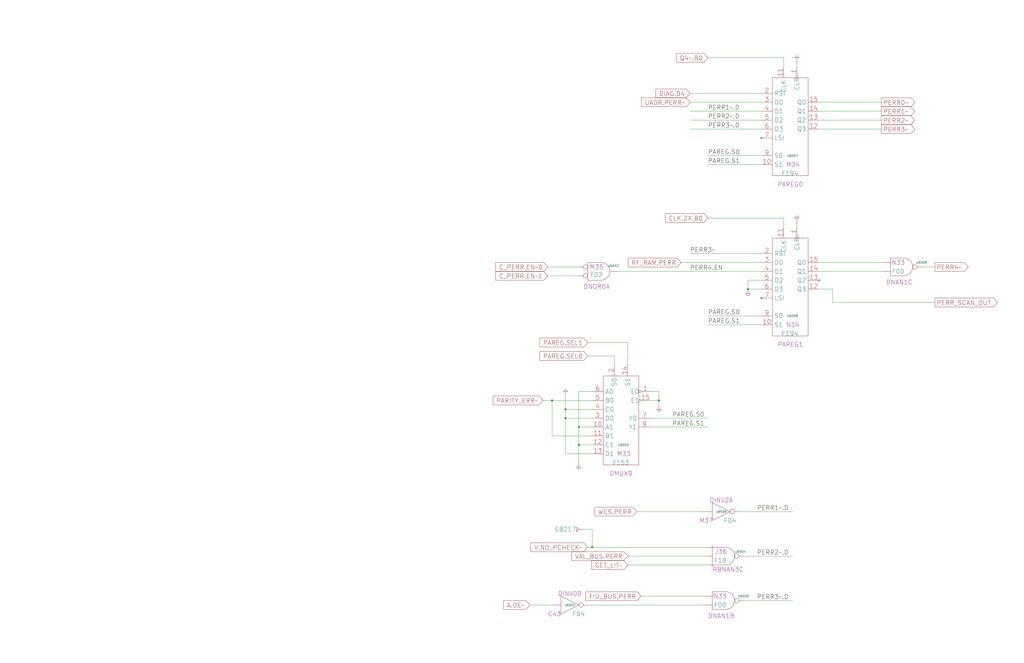
<source format=kicad_sch>
(kicad_sch (version 20230121) (generator eeschema)
  (paper "User" 584.2 378.46)
  (title_block (title "DIAGNOSTIC PROCESSOR\\nPULLUPS & PARITY REGISTER") (date "22-MAR-90") (rev "1.0") (comment 1 "VALUE") (comment 2 "232-003063") (comment 3 "S400") (comment 4 "RELEASED"))
  (lib_symbols
    (symbol "r1000:F00" (pin_numbers hide) (pin_names hide)
      (property "Reference" "U" (at 15.24 0 0))
      (property "Value" "F00" (at 1.905 -5.08 0))
      (property "Location" "___" (at 1.905 0 0))
      (property "Name" "______" (at 2.54 -12.7 0))
      (symbol "F00_0_1"
        (polyline (pts (xy -2.54 -7.62) (xy 5.08 -7.62)) (stroke (width 0.1524)))
        (polyline (pts (xy -2.54 2.54) (xy -2.54 -7.62)) (stroke (width 0.1524)))
        (polyline (pts (xy -2.54 2.54) (xy 5.08 2.54)) (stroke (width 0.1524)))
        (arc (start 5.08 -7.62) (mid 10.1282 -2.54) (end 5.08 2.54) (stroke (width 0.1524)))
        (circle (center 11.43 -2.54) (radius 1.27) (stroke (width 0.1524)))
      )
      (symbol "F00_0_2"
        (circle (center -3.81 -5.08) (radius 1.27) (stroke (width 0.1524)))
        (circle (center -3.81 0) (radius 1.27) (stroke (width 0.1524)))
        (arc (start -3.175 -7.62) (mid -2.134 -2.54) (end -3.175 2.54) (stroke (width 0.1524)))
        (polyline (pts (xy -3.175 -7.62) (xy 3.81 -7.62)) (stroke (width 0.1524)))
        (polyline (pts (xy -3.175 2.54) (xy 3.81 2.54)) (stroke (width 0.1524)))
        (arc (start 3.81 -7.62) (mid 7.5855 -5.8306) (end 10.16 -2.54) (stroke (width 0.1524)))
        (arc (start 10.16 -2.54) (mid 7.5827 0.7471) (end 3.81 2.54) (stroke (width 0.1524)))
      )
      (symbol "F00_1_1"
        (pin input line (at -7.62 0 0) (length 5.08) (name "D0") (number "1"))
        (pin input line (at -7.62 -5.08 0) (length 5.08) (name "D1") (number "2"))
        (pin output line (at 15.24 -2.54 180) (length 2.54) (name "Q") (number "3"))
      )
      (symbol "F00_1_2"
        (pin input line (at -7.62 0 0) (length 2.54) (name "D0") (number "1"))
        (pin input line (at -7.62 -5.08 0) (length 2.54) (name "D1") (number "2"))
        (pin output line (at 15.24 -2.54 180) (length 5.08) (name "Q") (number "3"))
      )
    )
    (symbol "r1000:F02" (pin_numbers hide) (pin_names hide)
      (property "Reference" "U" (at 12.16 0.635 0))
      (property "Value" "F02" (at -1.27 -4.445 0))
      (property "Location" "___" (at 2.54 0 0))
      (property "Name" "______" (at 2.54 -12.7 0))
      (symbol "F02_0_1"
        (arc (start -3.81 -7.62) (mid -2.9847 -2.54) (end -3.81 2.54) (stroke (width 0.1524)))
        (polyline (pts (xy -5.08 -5.08) (xy -3.175 -5.08)) (stroke (width 0.1524)))
        (polyline (pts (xy -5.08 0) (xy -3.175 0)) (stroke (width 0.1524)))
        (polyline (pts (xy -3.81 -7.62) (xy 2.54 -7.62)) (stroke (width 0.1524)))
        (polyline (pts (xy -3.81 2.54) (xy 2.54 2.54)) (stroke (width 0.1524)))
        (polyline (pts (xy 13.97 -2.54) (xy 12.7 -2.54)) (stroke (width 0.1524)))
        (arc (start 2.54 -7.62) (mid 6.9515 -5.9823) (end 10.16 -2.54) (stroke (width 0.1524)))
        (arc (start 10.16 -2.54) (mid 6.9478 0.8966) (end 2.54 2.54) (stroke (width 0.1524)))
        (circle (center 11.43 -2.54) (radius 1.27) (stroke (width 0.1524)))
      )
      (symbol "F02_0_2"
        (circle (center -3.81 -5.08) (radius 1.27) (stroke (width 0.1524)))
        (circle (center -3.81 0) (radius 1.27) (stroke (width 0.1524)))
        (polyline (pts (xy -2.54 -7.62) (xy 5.08 -7.62)) (stroke (width 0.1524)))
        (polyline (pts (xy -2.54 2.54) (xy -2.54 -7.62)) (stroke (width 0.1524)))
        (polyline (pts (xy -2.54 2.54) (xy 5.08 2.54)) (stroke (width 0.1524)))
        (polyline (pts (xy 11.43 -2.54) (xy 10.16 -2.54)) (stroke (width 0.1524)))
        (polyline (pts (xy 11.43 -2.54) (xy 12.7 -2.54)) (stroke (width 0.1524)))
        (arc (start 5.08 -7.62) (mid 10.1282 -2.54) (end 5.08 2.54) (stroke (width 0.1524)))
      )
      (symbol "F02_1_1"
        (pin input line (at -7.62 0 0) (length 2.54) (name "D0") (number "1"))
        (pin input line (at -7.62 -5.08 0) (length 2.54) (name "D1") (number "2"))
        (pin output line (at 15.24 -2.54 180) (length 1.27) (name "Q") (number "3"))
      )
      (symbol "F02_1_2"
        (pin input line (at -7.62 0 0) (length 2.54) (name "D0") (number "1"))
        (pin input line (at -7.62 -5.08 0) (length 2.54) (name "D1") (number "2"))
        (pin output line (at 15.24 -2.54 180) (length 2.54) (name "Q") (number "3"))
      )
    )
    (symbol "r1000:F04" (pin_numbers hide) (pin_names hide)
      (property "Reference" "U" (at 0 0 0))
      (property "Value" "F04" (at 1.27 -5.08 0))
      (property "Location" "___" (at -12.7 -5.08 0))
      (property "Name" "______" (at 0 5.08 0))
      (symbol "F04_0_1"
        (polyline (pts (xy -7.62 0) (xy -5.08 0)) (stroke (width 0.1524)))
        (polyline (pts (xy -5.08 5.08) (xy -5.08 -5.08)) (stroke (width 0.1524)))
        (polyline (pts (xy 5.08 0) (xy -5.08 -5.08)) (stroke (width 0.1524)))
        (polyline (pts (xy 5.08 0) (xy -5.08 5.08)) (stroke (width 0.1524)))
        (circle (center 6.35 0) (radius 1.27) (stroke (width 0.1524)))
      )
      (symbol "F04_1_1"
        (pin input line (at -10.16 0 0) (length 2.54) (name "D0") (number "1"))
        (pin output line (at 10.16 0 180) (length 2.54) (name "Q") (number "2"))
      )
    )
    (symbol "r1000:F10" (pin_numbers hide) (pin_names hide)
      (property "Reference" "U" (at 13.335 0 0))
      (property "Value" "F10" (at 5.715 -5.08 0))
      (property "Location" "___" (at -1.27 0 0))
      (property "Name" "______" (at -2.54 -10.16 0))
      (symbol "F10_0_1"
        (polyline (pts (xy -2.54 -7.62) (xy 5.08 -7.62)) (stroke (width 0.1524)))
        (polyline (pts (xy -2.54 2.54) (xy 5.08 2.54)) (stroke (width 0.1524)))
        (polyline (pts (xy -2.54 3.81) (xy -2.54 -8.89)) (stroke (width 0.1524)))
        (arc (start 5.08 -7.62) (mid 10.1282 -2.54) (end 5.08 2.54) (stroke (width 0.1524)))
        (circle (center 11.43 -2.54) (radius 1.27) (stroke (width 0.1524)))
      )
      (symbol "F10_0_2"
        (circle (center -3.81 -7.62) (radius 1.27) (stroke (width 0.1524)))
        (circle (center -3.81 2.54) (radius 1.27) (stroke (width 0.1524)))
        (circle (center -3.175 -2.54) (radius 1.27) (stroke (width 0.1524)))
        (arc (start -2.54 -7.62) (mid -1.8195 -2.54) (end -2.54 2.54) (stroke (width 0.1524)))
        (polyline (pts (xy -4.445 -2.54) (xy -5.08 -2.54)) (stroke (width 0.1524)))
        (polyline (pts (xy -2.54 -7.62) (xy 5.08 -7.62)) (stroke (width 0.1524)))
        (polyline (pts (xy -2.54 2.54) (xy 5.08 2.54)) (stroke (width 0.1524)))
        (polyline (pts (xy 10.795 -2.54) (xy 12.7 -2.54)) (stroke (width 0.1524)))
        (arc (start 5.08 -7.62) (mid 8.4845 -5.6954) (end 10.795 -2.54) (stroke (width 0.1524)))
        (arc (start 10.795 -2.54) (mid 8.4807 0.6111) (end 5.08 2.54) (stroke (width 0.1524)))
      )
      (symbol "F10_1_1"
        (pin input line (at -5.08 2.54 0) (length 2.54) (name "D0") (number "1"))
        (pin input line (at -5.08 -2.54 0) (length 2.54) (name "D1") (number "2"))
        (pin input line (at -5.08 -7.62 0) (length 2.54) (name "D2") (number "3"))
        (pin output line (at 15.24 -2.54 180) (length 2.54) (name "Q") (number "4"))
      )
      (symbol "F10_1_2"
        (pin input line (at -5.08 2.54 0) (length 0) (name "D0") (number "1"))
        (pin input line (at -5.08 -2.54 0) (length 0) (name "D1") (number "2"))
        (pin input line (at -5.08 -7.62 0) (length 0) (name "D2") (number "3"))
        (pin output line (at 15.24 -2.54 180) (length 2.54) (name "Q") (number "4"))
      )
    )
    (symbol "r1000:F153" (pin_names (offset 1.016))
      (property "Reference" "U" (at 2.54 5.08 0))
      (property "Value" "F153" (at -3.81 -5.08 0))
      (property "Location" "___" (at -1.27 0 0))
      (property "Name" "______" (at 1.27 -12.7 0))
      (symbol "F153_1_1"
        (rectangle (start -8.89 44.45) (end 11.43 -6.35))
        (circle (center 12.065 30.48) (radius 0.635))
        (circle (center 12.065 35.56) (radius 0.635))
        (pin input line (at 17.78 35.56 180) (length 5.08) (name "E0") (number "1"))
        (pin input line (at -15.24 15.24 0) (length 6.35) (name "A1") (number "10"))
        (pin input line (at -15.24 10.16 0) (length 6.35) (name "B1") (number "11"))
        (pin input line (at -15.24 5.08 0) (length 6.35) (name "C1") (number "12"))
        (pin input line (at -15.24 0 0) (length 6.35) (name "D1") (number "13"))
        (pin input line (at 5.08 50.8 270) (length 6.35) (name "S1") (number "14"))
        (pin input line (at 17.78 30.48 180) (length 5.08) (name "E1") (number "15"))
        (pin input line (at -2.54 50.8 270) (length 6.35) (name "S0") (number "2"))
        (pin input line (at -15.24 20.32 0) (length 6.35) (name "D0") (number "3"))
        (pin input line (at -15.24 25.4 0) (length 6.35) (name "C0") (number "4"))
        (pin input line (at -15.24 30.48 0) (length 6.35) (name "B0") (number "5"))
        (pin input line (at -15.24 35.56 0) (length 6.35) (name "A0") (number "6"))
        (pin output line (at 17.78 20.32 180) (length 6.35) (name "Y0") (number "7"))
        (pin output line (at 17.78 15.24 180) (length 6.35) (name "Y1") (number "9"))
      )
    )
    (symbol "r1000:F194" (pin_names (offset 1.016))
      (property "Reference" "U" (at 2.54 5.08 0))
      (property "Value" "F194" (at -3.81 -5.08 0))
      (property "Location" "___" (at -1.27 0 0))
      (property "Name" "______" (at 1.27 -12.7 0))
      (symbol "F194_1_1"
        (rectangle (start -8.89 49.53) (end 11.43 -6.35))
        (circle (center 5.08 50.165) (radius 0.635))
        (pin input line (at 5.08 55.88 270) (length 5.08) (name "CLR") (number "1"))
        (pin input line (at -15.24 0 0) (length 6.35) (name "S1") (number "10"))
        (pin input line (at -2.54 55.88 270) (length 6.35) (name "CLK") (number "11"))
        (pin output line (at 17.78 20.32 180) (length 6.35) (name "Q3") (number "12"))
        (pin output line (at 17.78 25.4 180) (length 6.35) (name "Q2") (number "13"))
        (pin output line (at 17.78 30.48 180) (length 6.35) (name "Q1") (number "14"))
        (pin output line (at 17.78 35.56 180) (length 6.35) (name "Q0") (number "15"))
        (pin input line (at -15.24 40.64 0) (length 6.35) (name "RSI") (number "2"))
        (pin input line (at -15.24 35.56 0) (length 6.35) (name "D0") (number "3"))
        (pin input line (at -15.24 30.48 0) (length 6.35) (name "D1") (number "4"))
        (pin input line (at -15.24 25.4 0) (length 6.35) (name "D2") (number "5"))
        (pin input line (at -15.24 20.32 0) (length 6.35) (name "D3") (number "6"))
        (pin input line (at -15.24 15.24 0) (length 6.35) (name "LSI") (number "7"))
        (pin input line (at -15.24 5.08 0) (length 6.35) (name "S0") (number "9"))
      )
    )
    (symbol "r1000:GB" (pin_numbers hide) (pin_names (offset 0) hide)
      (property "Reference" "GB" (at 3.81 0 0))
      (symbol "GB_0_1"
        (polyline (pts (xy 2.54 0) (xy 3.81 1.27) (xy 3.81 -1.27) (xy 2.54 0)) (stroke (width 0.1524)))
      )
      (symbol "GB_1_1"
        (pin bidirectional line (at 0 0 0) (length 2.54) (name "") (number "1"))
      )
    )
    (symbol "r1000:PD" (power) (pin_numbers hide) (pin_names hide) (in_bom no)
      (symbol "PD_0_1"
        (polyline (pts (xy 0 -2.54) (xy 1.27 -2.54) (xy 0 -3.81) (xy -1.27 -2.54) (xy 0 -2.54)) (stroke (width 0.1524)))
      )
      (symbol "PD_1_1"
        (pin power_in line (at 0 0 270) (length 2.54) (name "PD") (number "1"))
      )
    )
    (symbol "r1000:PU" (power) (pin_numbers hide) (pin_names hide)
      (symbol "PU_0_1"
        (polyline (pts (xy 0 2.54) (xy -1.27 2.54) (xy 0 3.81) (xy 1.27 2.54) (xy 0 2.54)) (stroke (width 0.1524)))
      )
      (symbol "PU_1_1"
        (pin power_in line (at 0 0 90) (length 2.54) (name "PU") (number "1"))
      )
    )
  )
  (junction (at 322.58 238.76))
  (junction (at 322.58 233.68))
  (junction (at 375.92 228.6))
  (junction (at 314.96 228.6))
  (junction (at 330.2 243.84))
  (junction (at 426.72 165.1))
  (junction (at 337.82 312.42))
  (junction (at 330.2 254))
  (no_connect (at 467.36 160.02))
  (no_connect (at 434.34 78.74))
  (no_connect (at 434.34 170.18))
  (wire (pts (xy 426.72 160.02) (xy 426.72 165.1)))
  (wire (pts (xy 375.92 228.6) (xy 375.92 231.14)))
  (wire (pts (xy 454.66 35.56) (xy 454.66 38.1)))
  (wire (pts (xy 403.86 88.9) (xy 434.34 88.9)))
  (wire (pts (xy 337.82 312.42) (xy 403.86 312.42)))
  (wire (pts (xy 350.52 208.28) (xy 350.52 203.2)))
  (wire (pts (xy 330.2 243.84) (xy 337.82 243.84)))
  (wire (pts (xy 474.98 172.72) (xy 533.4 172.72)))
  (wire (pts (xy 393.7 53.34) (xy 434.34 53.34)))
  (wire (pts (xy 447.04 38.1) (xy 447.04 33.02)))
  (wire (pts (xy 467.36 154.94) (xy 502.92 154.94)))
  (wire (pts (xy 467.36 149.86) (xy 502.92 149.86)))
  (wire (pts (xy 335.28 195.58) (xy 358.14 195.58)))
  (wire (pts (xy 467.36 73.66) (xy 502.92 73.66)))
  (wire (pts (xy 312.42 152.4) (xy 330.2 152.4)))
  (wire (pts (xy 393.7 68.58) (xy 434.34 68.58)))
  (wire (pts (xy 467.36 63.5) (xy 502.92 63.5)))
  (wire (pts (xy 403.86 185.42) (xy 434.34 185.42)))
  (wire (pts (xy 337.82 302.26) (xy 337.82 312.42)))
  (wire (pts (xy 358.14 208.28) (xy 358.14 195.58)))
  (wire (pts (xy 309.88 228.6) (xy 314.96 228.6)))
  (wire (pts (xy 358.14 317.5) (xy 403.86 317.5)))
  (wire (pts (xy 467.36 58.42) (xy 502.92 58.42)))
  (wire (pts (xy 424.18 317.5) (xy 452.12 317.5)))
  (wire (pts (xy 370.84 238.76) (xy 403.86 238.76)))
  (wire (pts (xy 403.86 180.34) (xy 434.34 180.34)))
  (wire (pts (xy 330.2 254) (xy 330.2 264.16)))
  (wire (pts (xy 393.7 58.42) (xy 434.34 58.42)))
  (wire (pts (xy 447.04 129.54) (xy 447.04 124.46)))
  (wire (pts (xy 337.82 259.08) (xy 322.58 259.08)))
  (wire (pts (xy 322.58 238.76) (xy 337.82 238.76)))
  (wire (pts (xy 322.58 233.68) (xy 322.58 226.06)))
  (wire (pts (xy 393.7 73.66) (xy 434.34 73.66)))
  (wire (pts (xy 393.7 63.5) (xy 434.34 63.5)))
  (wire (pts (xy 335.28 345.44) (xy 401.32 345.44)))
  (wire (pts (xy 365.76 340.36) (xy 401.32 340.36)))
  (wire (pts (xy 434.34 160.02) (xy 426.72 160.02)))
  (wire (pts (xy 335.28 203.2) (xy 350.52 203.2)))
  (wire (pts (xy 393.7 144.78) (xy 434.34 144.78)))
  (wire (pts (xy 370.84 223.52) (xy 375.92 223.52)))
  (wire (pts (xy 332.74 302.26) (xy 337.82 302.26)))
  (wire (pts (xy 337.82 248.92) (xy 314.96 248.92)))
  (wire (pts (xy 403.86 124.46) (xy 447.04 124.46)))
  (wire (pts (xy 421.64 292.1) (xy 452.12 292.1)))
  (wire (pts (xy 358.14 322.58) (xy 403.86 322.58)))
  (wire (pts (xy 337.82 223.52) (xy 330.2 223.52)))
  (wire (pts (xy 363.22 292.1) (xy 401.32 292.1)))
  (wire (pts (xy 314.96 248.92) (xy 314.96 228.6)))
  (wire (pts (xy 314.96 228.6) (xy 337.82 228.6)))
  (wire (pts (xy 388.62 149.86) (xy 434.34 149.86)))
  (wire (pts (xy 312.42 157.48) (xy 330.2 157.48)))
  (wire (pts (xy 403.86 93.98) (xy 434.34 93.98)))
  (wire (pts (xy 467.36 68.58) (xy 502.92 68.58)))
  (wire (pts (xy 474.98 165.1) (xy 474.98 172.72)))
  (wire (pts (xy 375.92 223.52) (xy 375.92 228.6)))
  (wire (pts (xy 467.36 165.1) (xy 474.98 165.1)))
  (wire (pts (xy 403.86 33.02) (xy 447.04 33.02)))
  (wire (pts (xy 302.26 345.44) (xy 314.96 345.44)))
  (wire (pts (xy 370.84 243.84) (xy 403.86 243.84)))
  (wire (pts (xy 322.58 238.76) (xy 322.58 233.68)))
  (wire (pts (xy 330.2 223.52) (xy 330.2 243.84)))
  (wire (pts (xy 426.72 165.1) (xy 434.34 165.1)))
  (wire (pts (xy 454.66 127) (xy 454.66 129.54)))
  (wire (pts (xy 322.58 233.68) (xy 337.82 233.68)))
  (wire (pts (xy 525.78 152.4) (xy 533.4 152.4)))
  (wire (pts (xy 330.2 243.84) (xy 330.2 254)))
  (wire (pts (xy 424.18 342.9) (xy 452.12 342.9)))
  (wire (pts (xy 335.28 312.42) (xy 337.82 312.42)))
  (wire (pts (xy 353.06 154.94) (xy 434.34 154.94)))
  (wire (pts (xy 322.58 259.08) (xy 322.58 238.76)))
  (wire (pts (xy 330.2 254) (xy 337.82 254)))
  (wire (pts (xy 370.84 228.6) (xy 375.92 228.6)))
  (label "PERR3~.D" (at 431.8 342.9 0) (effects (font (size 2.54 2.54))))
  (label "PAREG.S1" (at 403.86 93.98 0) (effects (font (size 2.54 2.54))))
  (label "PERR3~.D" (at 403.86 73.66 0) (effects (font (size 2.54 2.54))))
  (label "PERR3~" (at 393.7 144.78 0) (effects (font (size 2.54 2.54))))
  (label "PAREG.S0" (at 403.86 180.34 0) (effects (font (size 2.54 2.54))))
  (label "PAREG.S0" (at 403.86 88.9 0) (effects (font (size 2.54 2.54))))
  (label "PAREG.S1" (at 383.54 243.84 0) (effects (font (size 2.54 2.54))))
  (label "PERR4.EN" (at 393.7 154.94 0) (effects (font (size 2.54 2.54))))
  (label "PERR2~.D" (at 431.8 317.5 0) (effects (font (size 2.54 2.54))))
  (label "PERR2~.D" (at 403.86 68.58 0) (effects (font (size 2.54 2.54))))
  (label "PAREG.S0" (at 383.54 238.76 0) (effects (font (size 2.54 2.54))))
  (label "PERR1~.D" (at 431.8 292.1 0) (effects (font (size 2.54 2.54))))
  (label "PAREG.S1" (at 403.86 185.42 0) (effects (font (size 2.54 2.54))))
  (label "PERR1~.D" (at 403.86 63.5 0) (effects (font (size 2.54 2.54))))
  (global_label "C_PERR.EN~1" (shape input) (at 312.42 157.48 180) (effects (font (size 2.54 2.54))) (property "Intersheetrefs" "${INTERSHEET_REFS}" (at 282.9893 157.3213 0) (effects (font (size 1.905 1.905)) (justify right))))
  (global_label "UADR.PERR~" (shape input) (at 393.7 58.42 180) (effects (font (size 2.54 2.54))) (property "Intersheetrefs" "${INTERSHEET_REFS}" (at 366.2045 58.2613 0) (effects (font (size 1.905 1.905)) (justify right))))
  (global_label "PERR2~" (shape output) (at 502.92 68.58 0) (effects (font (size 2.54 2.54))) (property "Intersheetrefs" "${INTERSHEET_REFS}" (at 521.7069 68.4213 0) (effects (font (size 1.905 1.905)) (justify left))))
  (global_label "V.NO_PCHECK~" (shape input) (at 335.28 312.42 180) (effects (font (size 2.54 2.54))) (property "Intersheetrefs" "${INTERSHEET_REFS}" (at 303.0674 312.2613 0) (effects (font (size 1.905 1.905)) (justify right))))
  (global_label "Q4~.B0" (shape input) (at 403.86 33.02 180) (effects (font (size 2.54 2.54))) (property "Intersheetrefs" "${INTERSHEET_REFS}" (at 386.1616 32.8613 0) (effects (font (size 1.905 1.905)) (justify right))))
  (global_label "PAREG.SEL1" (shape input) (at 335.28 195.58 180) (effects (font (size 2.54 2.54))) (property "Intersheetrefs" "${INTERSHEET_REFS}" (at 308.1474 195.4213 0) (effects (font (size 1.905 1.905)) (justify right))))
  (global_label "WCS.PERR" (shape input) (at 363.22 292.1 180) (effects (font (size 2.54 2.54))) (property "Intersheetrefs" "${INTERSHEET_REFS}" (at 339.595 291.9413 0) (effects (font (size 1.905 1.905)) (justify right))))
  (global_label "PERR3~" (shape output) (at 502.92 73.66 0) (effects (font (size 2.54 2.54))) (property "Intersheetrefs" "${INTERSHEET_REFS}" (at 521.7069 73.5013 0) (effects (font (size 1.905 1.905)) (justify left))))
  (global_label "VAL_BUS.PERR" (shape input) (at 358.14 317.5 180) (effects (font (size 2.54 2.54))) (property "Intersheetrefs" "${INTERSHEET_REFS}" (at 326.4112 317.3413 0) (effects (font (size 1.905 1.905)) (justify right))))
  (global_label "PERR0~" (shape output) (at 502.92 58.42 0) (effects (font (size 2.54 2.54))) (property "Intersheetrefs" "${INTERSHEET_REFS}" (at 521.7069 58.2613 0) (effects (font (size 1.905 1.905)) (justify left))))
  (global_label "GET_LIT~" (shape input) (at 358.14 322.58 180) (effects (font (size 2.54 2.54))) (property "Intersheetrefs" "${INTERSHEET_REFS}" (at 337.7807 322.4213 0) (effects (font (size 1.905 1.905)) (justify right))))
  (global_label "PAREG.SEL0" (shape input) (at 335.28 203.2 180) (effects (font (size 2.54 2.54))) (property "Intersheetrefs" "${INTERSHEET_REFS}" (at 308.1474 203.0413 0) (effects (font (size 1.905 1.905)) (justify right))))
  (global_label "PERR_SCAN_OUT" (shape output) (at 533.4 172.72 0) (effects (font (size 2.54 2.54))) (property "Intersheetrefs" "${INTERSHEET_REFS}" (at 568.8784 172.5613 0) (effects (font (size 1.905 1.905)) (justify left))))
  (global_label "C_PERR.EN~0" (shape input) (at 312.42 152.4 180) (effects (font (size 2.54 2.54))) (property "Intersheetrefs" "${INTERSHEET_REFS}" (at 282.9893 152.2413 0) (effects (font (size 1.905 1.905)) (justify right))))
  (global_label "DIAG.D4" (shape input) (at 393.7 53.34 180) (effects (font (size 2.54 2.54))) (property "Intersheetrefs" "${INTERSHEET_REFS}" (at 374.4293 53.1813 0) (effects (font (size 1.905 1.905)) (justify right))))
  (global_label "FIU_BUS.PERR" (shape input) (at 365.76 340.36 180) (effects (font (size 2.54 2.54))) (property "Intersheetrefs" "${INTERSHEET_REFS}" (at 334.394 340.2013 0) (effects (font (size 1.905 1.905)) (justify right))))
  (global_label "RF_RAM.PERR" (shape input) (at 388.62 149.86 180) (effects (font (size 2.54 2.54))) (property "Intersheetrefs" "${INTERSHEET_REFS}" (at 358.5845 149.7013 0) (effects (font (size 1.905 1.905)) (justify right))))
  (global_label "PERR1~" (shape output) (at 502.92 63.5 0) (effects (font (size 2.54 2.54))) (property "Intersheetrefs" "${INTERSHEET_REFS}" (at 521.7069 63.3413 0) (effects (font (size 1.905 1.905)) (justify left))))
  (global_label "CLK.2X.B0" (shape input) (at 403.86 124.46 180) (effects (font (size 2.54 2.54))) (property "Intersheetrefs" "${INTERSHEET_REFS}" (at 379.8721 124.3013 0) (effects (font (size 1.905 1.905)) (justify right))))
  (global_label "PARITY_ERR~" (shape input) (at 309.88 228.6 180) (effects (font (size 2.54 2.54))) (property "Intersheetrefs" "${INTERSHEET_REFS}" (at 281.5378 228.4413 0) (effects (font (size 1.905 1.905)) (justify right))))
  (global_label "PERR4~" (shape output) (at 533.4 152.4 0) (effects (font (size 2.54 2.54))) (property "Intersheetrefs" "${INTERSHEET_REFS}" (at 552.1869 152.2413 0) (effects (font (size 1.905 1.905)) (justify left))))
  (global_label "A.OE~" (shape input) (at 302.26 345.44 180) (effects (font (size 2.54 2.54))) (property "Intersheetrefs" "${INTERSHEET_REFS}" (at 287.4645 345.2813 0) (effects (font (size 1.905 1.905)) (justify right))))
  (symbol (lib_id "r1000:PU") (at 454.66 127 0) (unit 1)
    (property "Reference" "#PWR06506" (effects hide))
    (property "Value" "PU" (effects hide))
  )
  (symbol (lib_id "r1000:F194") (at 449.58 93.98 0) (unit 1)
    (property "Reference" "U6507" (at 452.12 88.9 0))
    (property "Value" "F194" (at 445.77 99.06 0) (effects (font (size 2.54 2.54)) (justify left)))
    (property "Location" "M34" (at 448.31 93.98 0) (effects (font (size 2.54 2.54)) (justify left)))
    (property "Name" "PAREG0" (at 450.85 106.68 0) (effects (font (size 2.54 2.54)) (justify bottom)))
  )
  (symbol (lib_id "r1000:GB") (at 332.74 302.26 0) (mirror y) (unit 1)
    (property "Reference" "GB217" (at 328.93 302.26 0) (effects (font (size 2.54 2.54)) (justify left)))
    (property "Value" "GB" (effects hide))
  )
  (symbol (lib_id "r1000:F04") (at 411.48 292.1 0) (unit 1)
    (property "Reference" "U6506" (at 411.48 292.1 0))
    (property "Value" "F04" (at 412.75 297.18 0) (effects (font (size 2.54 2.54)) (justify left)))
    (property "Location" "M37" (at 398.78 297.18 0) (effects (font (size 2.54 2.54)) (justify left)))
    (property "Name" "DINV2A" (at 411.48 287.02 0) (effects (font (size 2.54 2.54)) (justify bottom)))
  )
  (symbol (lib_id "r1000:PD") (at 330.2 264.16 0) (unit 1) (in_bom no)
    (property "Reference" "#PWR06502" (effects hide))
    (property "Value" "PD" (effects hide))
  )
  (symbol (lib_id "r1000:F00") (at 408.94 340.36 0) (unit 1)
    (property "Reference" "U6505" (at 424.18 340.36 0))
    (property "Value" "F00" (at 410.845 345.44 0) (effects (font (size 2.54 2.54))))
    (property "Location" "N33" (at 410.845 340.36 0) (effects (font (size 2.54 2.54))))
    (property "Name" "DNAN1B" (at 411.48 353.06 0) (effects (font (size 2.54 2.54)) (justify bottom)))
  )
  (symbol (lib_id "r1000:F04") (at 325.12 345.44 0) (unit 1)
    (property "Reference" "U6501" (at 325.12 345.44 0))
    (property "Value" "F04" (at 326.39 350.52 0) (effects (font (size 2.54 2.54)) (justify left)))
    (property "Location" "C43" (at 312.42 350.52 0) (effects (font (size 2.54 2.54)) (justify left)))
    (property "Name" "DINV0D" (at 325.12 340.36 0) (effects (font (size 2.54 2.54)) (justify bottom)))
  )
  (symbol (lib_id "r1000:F194") (at 449.58 185.42 0) (unit 1)
    (property "Reference" "U6508" (at 452.12 180.34 0))
    (property "Value" "F194" (at 445.77 190.5 0) (effects (font (size 2.54 2.54)) (justify left)))
    (property "Location" "N34" (at 448.31 185.42 0) (effects (font (size 2.54 2.54)) (justify left)))
    (property "Name" "PAREG1" (at 450.85 198.12 0) (effects (font (size 2.54 2.54)) (justify bottom)))
  )
  (symbol (lib_id "r1000:PD") (at 426.72 165.1 0) (unit 1) (in_bom no)
    (property "Reference" "#PWR06504" (effects hide))
    (property "Value" "PD" (effects hide))
  )
  (symbol (lib_id "r1000:PU") (at 322.58 226.06 0) (unit 1)
    (property "Reference" "#PWR06501" (effects hide))
    (property "Value" "PU" (effects hide))
  )
  (symbol (lib_id "r1000:F153") (at 353.06 259.08 0) (unit 1)
    (property "Reference" "U6503" (at 355.6 254 0))
    (property "Value" "F153" (at 349.25 264.16 0) (effects (font (size 2.54 2.54)) (justify left)))
    (property "Location" "M33" (at 351.79 259.08 0) (effects (font (size 2.54 2.54)) (justify left)))
    (property "Name" "DMUX0" (at 354.33 271.78 0) (effects (font (size 2.54 2.54)) (justify bottom)))
  )
  (symbol (lib_id "r1000:PU") (at 454.66 35.56 0) (unit 1)
    (property "Reference" "#PWR06505" (effects hide))
    (property "Value" "PU" (effects hide))
  )
  (symbol (lib_id "r1000:F10") (at 408.94 314.96 0) (unit 1)
    (property "Reference" "U6504" (at 422.275 314.96 0))
    (property "Value" "F10" (at 414.655 320.04 0) (effects (font (size 2.54 2.54)) (justify right)))
    (property "Location" "J36" (at 407.67 314.96 0) (effects (font (size 2.54 2.54)) (justify left)))
    (property "Name" "RBNAN3C" (at 406.4 325.12 0) (effects (font (size 2.54 2.54)) (justify left)))
  )
  (symbol (lib_id "r1000:F00") (at 510.54 149.86 0) (unit 1)
    (property "Reference" "U6509" (at 525.78 149.86 0))
    (property "Value" "F00" (at 512.445 154.94 0) (effects (font (size 2.54 2.54))))
    (property "Location" "N33" (at 512.445 149.86 0) (effects (font (size 2.54 2.54))))
    (property "Name" "DNAN1C" (at 513.08 162.56 0) (effects (font (size 2.54 2.54)) (justify bottom)))
  )
  (symbol (lib_id "r1000:F02") (at 337.82 152.4 0) (unit 1) (convert 2)
    (property "Reference" "U6502" (at 349.98 151.765 0))
    (property "Value" "F02" (at 336.55 156.845 0) (effects (font (size 2.54 2.54)) (justify left)))
    (property "Location" "M35" (at 340.36 152.4 0) (effects (font (size 2.54 2.54))))
    (property "Name" "DNOR0A" (at 340.36 165.1 0) (effects (font (size 2.54 2.54)) (justify bottom)))
  )
  (symbol (lib_id "r1000:PD") (at 375.92 231.14 0) (unit 1) (in_bom no)
    (property "Reference" "#PWR06503" (effects hide))
    (property "Value" "PD" (effects hide))
  )
)
</source>
